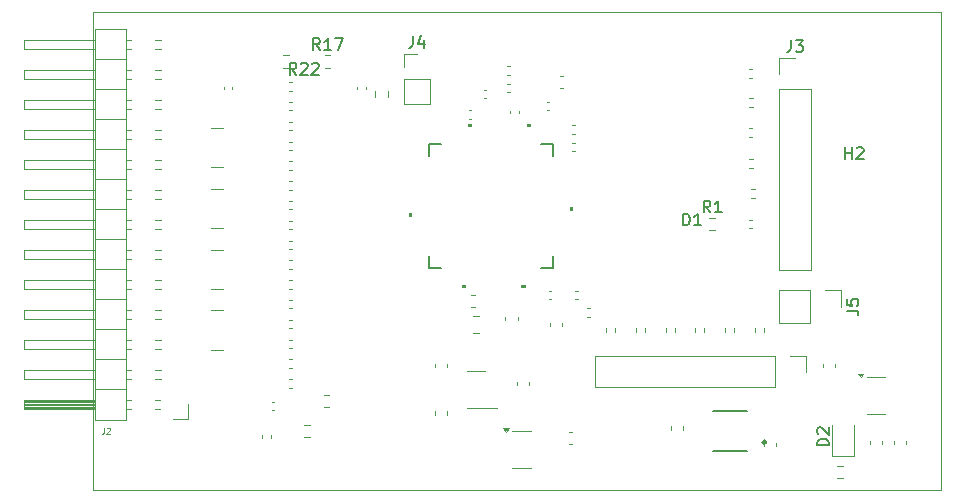
<source format=gbr>
%TF.GenerationSoftware,KiCad,Pcbnew,9.0.5-1.fc42*%
%TF.CreationDate,2025-11-11T18:34:47+01:00*%
%TF.ProjectId,bioamplifier,62696f61-6d70-46c6-9966-6965722e6b69,rev?*%
%TF.SameCoordinates,Original*%
%TF.FileFunction,Legend,Top*%
%TF.FilePolarity,Positive*%
%FSLAX46Y46*%
G04 Gerber Fmt 4.6, Leading zero omitted, Abs format (unit mm)*
G04 Created by KiCad (PCBNEW 9.0.5-1.fc42) date 2025-11-11 18:34:47*
%MOMM*%
%LPD*%
G01*
G04 APERTURE LIST*
%ADD10C,0.150000*%
%ADD11C,0.125000*%
%ADD12C,0.250000*%
%ADD13C,0.120000*%
%ADD14C,0.100000*%
%ADD15C,0.152400*%
%ADD16C,0.000000*%
%TA.AperFunction,Profile*%
%ADD17C,0.100000*%
%TD*%
G04 APERTURE END LIST*
D10*
X67782142Y-77353853D02*
X67448809Y-76877662D01*
X67210714Y-77353853D02*
X67210714Y-76353853D01*
X67210714Y-76353853D02*
X67591666Y-76353853D01*
X67591666Y-76353853D02*
X67686904Y-76401472D01*
X67686904Y-76401472D02*
X67734523Y-76449091D01*
X67734523Y-76449091D02*
X67782142Y-76544329D01*
X67782142Y-76544329D02*
X67782142Y-76687186D01*
X67782142Y-76687186D02*
X67734523Y-76782424D01*
X67734523Y-76782424D02*
X67686904Y-76830043D01*
X67686904Y-76830043D02*
X67591666Y-76877662D01*
X67591666Y-76877662D02*
X67210714Y-76877662D01*
X68163095Y-76449091D02*
X68210714Y-76401472D01*
X68210714Y-76401472D02*
X68305952Y-76353853D01*
X68305952Y-76353853D02*
X68544047Y-76353853D01*
X68544047Y-76353853D02*
X68639285Y-76401472D01*
X68639285Y-76401472D02*
X68686904Y-76449091D01*
X68686904Y-76449091D02*
X68734523Y-76544329D01*
X68734523Y-76544329D02*
X68734523Y-76639567D01*
X68734523Y-76639567D02*
X68686904Y-76782424D01*
X68686904Y-76782424D02*
X68115476Y-77353853D01*
X68115476Y-77353853D02*
X68734523Y-77353853D01*
X69115476Y-76449091D02*
X69163095Y-76401472D01*
X69163095Y-76401472D02*
X69258333Y-76353853D01*
X69258333Y-76353853D02*
X69496428Y-76353853D01*
X69496428Y-76353853D02*
X69591666Y-76401472D01*
X69591666Y-76401472D02*
X69639285Y-76449091D01*
X69639285Y-76449091D02*
X69686904Y-76544329D01*
X69686904Y-76544329D02*
X69686904Y-76639567D01*
X69686904Y-76639567D02*
X69639285Y-76782424D01*
X69639285Y-76782424D02*
X69067857Y-77353853D01*
X69067857Y-77353853D02*
X69686904Y-77353853D01*
X100511905Y-90124819D02*
X100511905Y-89124819D01*
X100511905Y-89124819D02*
X100750000Y-89124819D01*
X100750000Y-89124819D02*
X100892857Y-89172438D01*
X100892857Y-89172438D02*
X100988095Y-89267676D01*
X100988095Y-89267676D02*
X101035714Y-89362914D01*
X101035714Y-89362914D02*
X101083333Y-89553390D01*
X101083333Y-89553390D02*
X101083333Y-89696247D01*
X101083333Y-89696247D02*
X101035714Y-89886723D01*
X101035714Y-89886723D02*
X100988095Y-89981961D01*
X100988095Y-89981961D02*
X100892857Y-90077200D01*
X100892857Y-90077200D02*
X100750000Y-90124819D01*
X100750000Y-90124819D02*
X100511905Y-90124819D01*
X102035714Y-90124819D02*
X101464286Y-90124819D01*
X101750000Y-90124819D02*
X101750000Y-89124819D01*
X101750000Y-89124819D02*
X101654762Y-89267676D01*
X101654762Y-89267676D02*
X101559524Y-89362914D01*
X101559524Y-89362914D02*
X101464286Y-89410533D01*
X114374819Y-97333333D02*
X115089104Y-97333333D01*
X115089104Y-97333333D02*
X115231961Y-97380952D01*
X115231961Y-97380952D02*
X115327200Y-97476190D01*
X115327200Y-97476190D02*
X115374819Y-97619047D01*
X115374819Y-97619047D02*
X115374819Y-97714285D01*
X114374819Y-96380952D02*
X114374819Y-96857142D01*
X114374819Y-96857142D02*
X114851009Y-96904761D01*
X114851009Y-96904761D02*
X114803390Y-96857142D01*
X114803390Y-96857142D02*
X114755771Y-96761904D01*
X114755771Y-96761904D02*
X114755771Y-96523809D01*
X114755771Y-96523809D02*
X114803390Y-96428571D01*
X114803390Y-96428571D02*
X114851009Y-96380952D01*
X114851009Y-96380952D02*
X114946247Y-96333333D01*
X114946247Y-96333333D02*
X115184342Y-96333333D01*
X115184342Y-96333333D02*
X115279580Y-96380952D01*
X115279580Y-96380952D02*
X115327200Y-96428571D01*
X115327200Y-96428571D02*
X115374819Y-96523809D01*
X115374819Y-96523809D02*
X115374819Y-96761904D01*
X115374819Y-96761904D02*
X115327200Y-96857142D01*
X115327200Y-96857142D02*
X115279580Y-96904761D01*
X77666666Y-74074819D02*
X77666666Y-74789104D01*
X77666666Y-74789104D02*
X77619047Y-74931961D01*
X77619047Y-74931961D02*
X77523809Y-75027200D01*
X77523809Y-75027200D02*
X77380952Y-75074819D01*
X77380952Y-75074819D02*
X77285714Y-75074819D01*
X78571428Y-74408152D02*
X78571428Y-75074819D01*
X78333333Y-74027200D02*
X78095238Y-74741485D01*
X78095238Y-74741485D02*
X78714285Y-74741485D01*
X109666666Y-74424819D02*
X109666666Y-75139104D01*
X109666666Y-75139104D02*
X109619047Y-75281961D01*
X109619047Y-75281961D02*
X109523809Y-75377200D01*
X109523809Y-75377200D02*
X109380952Y-75424819D01*
X109380952Y-75424819D02*
X109285714Y-75424819D01*
X110047619Y-74424819D02*
X110666666Y-74424819D01*
X110666666Y-74424819D02*
X110333333Y-74805771D01*
X110333333Y-74805771D02*
X110476190Y-74805771D01*
X110476190Y-74805771D02*
X110571428Y-74853390D01*
X110571428Y-74853390D02*
X110619047Y-74901009D01*
X110619047Y-74901009D02*
X110666666Y-74996247D01*
X110666666Y-74996247D02*
X110666666Y-75234342D01*
X110666666Y-75234342D02*
X110619047Y-75329580D01*
X110619047Y-75329580D02*
X110571428Y-75377200D01*
X110571428Y-75377200D02*
X110476190Y-75424819D01*
X110476190Y-75424819D02*
X110190476Y-75424819D01*
X110190476Y-75424819D02*
X110095238Y-75377200D01*
X110095238Y-75377200D02*
X110047619Y-75329580D01*
X114238095Y-84504819D02*
X114238095Y-83504819D01*
X114238095Y-83981009D02*
X114809523Y-83981009D01*
X114809523Y-84504819D02*
X114809523Y-83504819D01*
X115238095Y-83600057D02*
X115285714Y-83552438D01*
X115285714Y-83552438D02*
X115380952Y-83504819D01*
X115380952Y-83504819D02*
X115619047Y-83504819D01*
X115619047Y-83504819D02*
X115714285Y-83552438D01*
X115714285Y-83552438D02*
X115761904Y-83600057D01*
X115761904Y-83600057D02*
X115809523Y-83695295D01*
X115809523Y-83695295D02*
X115809523Y-83790533D01*
X115809523Y-83790533D02*
X115761904Y-83933390D01*
X115761904Y-83933390D02*
X115190476Y-84504819D01*
X115190476Y-84504819D02*
X115809523Y-84504819D01*
X69782142Y-75274819D02*
X69448809Y-74798628D01*
X69210714Y-75274819D02*
X69210714Y-74274819D01*
X69210714Y-74274819D02*
X69591666Y-74274819D01*
X69591666Y-74274819D02*
X69686904Y-74322438D01*
X69686904Y-74322438D02*
X69734523Y-74370057D01*
X69734523Y-74370057D02*
X69782142Y-74465295D01*
X69782142Y-74465295D02*
X69782142Y-74608152D01*
X69782142Y-74608152D02*
X69734523Y-74703390D01*
X69734523Y-74703390D02*
X69686904Y-74751009D01*
X69686904Y-74751009D02*
X69591666Y-74798628D01*
X69591666Y-74798628D02*
X69210714Y-74798628D01*
X70734523Y-75274819D02*
X70163095Y-75274819D01*
X70448809Y-75274819D02*
X70448809Y-74274819D01*
X70448809Y-74274819D02*
X70353571Y-74417676D01*
X70353571Y-74417676D02*
X70258333Y-74512914D01*
X70258333Y-74512914D02*
X70163095Y-74560533D01*
X71067857Y-74274819D02*
X71734523Y-74274819D01*
X71734523Y-74274819D02*
X71305952Y-75274819D01*
X112867319Y-108738094D02*
X111867319Y-108738094D01*
X111867319Y-108738094D02*
X111867319Y-108499999D01*
X111867319Y-108499999D02*
X111914938Y-108357142D01*
X111914938Y-108357142D02*
X112010176Y-108261904D01*
X112010176Y-108261904D02*
X112105414Y-108214285D01*
X112105414Y-108214285D02*
X112295890Y-108166666D01*
X112295890Y-108166666D02*
X112438747Y-108166666D01*
X112438747Y-108166666D02*
X112629223Y-108214285D01*
X112629223Y-108214285D02*
X112724461Y-108261904D01*
X112724461Y-108261904D02*
X112819700Y-108357142D01*
X112819700Y-108357142D02*
X112867319Y-108499999D01*
X112867319Y-108499999D02*
X112867319Y-108738094D01*
X111962557Y-107785713D02*
X111914938Y-107738094D01*
X111914938Y-107738094D02*
X111867319Y-107642856D01*
X111867319Y-107642856D02*
X111867319Y-107404761D01*
X111867319Y-107404761D02*
X111914938Y-107309523D01*
X111914938Y-107309523D02*
X111962557Y-107261904D01*
X111962557Y-107261904D02*
X112057795Y-107214285D01*
X112057795Y-107214285D02*
X112153033Y-107214285D01*
X112153033Y-107214285D02*
X112295890Y-107261904D01*
X112295890Y-107261904D02*
X112867319Y-107833332D01*
X112867319Y-107833332D02*
X112867319Y-107214285D01*
X102833333Y-89024819D02*
X102500000Y-88548628D01*
X102261905Y-89024819D02*
X102261905Y-88024819D01*
X102261905Y-88024819D02*
X102642857Y-88024819D01*
X102642857Y-88024819D02*
X102738095Y-88072438D01*
X102738095Y-88072438D02*
X102785714Y-88120057D01*
X102785714Y-88120057D02*
X102833333Y-88215295D01*
X102833333Y-88215295D02*
X102833333Y-88358152D01*
X102833333Y-88358152D02*
X102785714Y-88453390D01*
X102785714Y-88453390D02*
X102738095Y-88501009D01*
X102738095Y-88501009D02*
X102642857Y-88548628D01*
X102642857Y-88548628D02*
X102261905Y-88548628D01*
X103785714Y-89024819D02*
X103214286Y-89024819D01*
X103500000Y-89024819D02*
X103500000Y-88024819D01*
X103500000Y-88024819D02*
X103404762Y-88167676D01*
X103404762Y-88167676D02*
X103309524Y-88262914D01*
X103309524Y-88262914D02*
X103214286Y-88310533D01*
D11*
X51518333Y-107254809D02*
X51518333Y-107611952D01*
X51518333Y-107611952D02*
X51494524Y-107683380D01*
X51494524Y-107683380D02*
X51446905Y-107731000D01*
X51446905Y-107731000D02*
X51375476Y-107754809D01*
X51375476Y-107754809D02*
X51327857Y-107754809D01*
X51732619Y-107302428D02*
X51756428Y-107278619D01*
X51756428Y-107278619D02*
X51804047Y-107254809D01*
X51804047Y-107254809D02*
X51923095Y-107254809D01*
X51923095Y-107254809D02*
X51970714Y-107278619D01*
X51970714Y-107278619D02*
X51994523Y-107302428D01*
X51994523Y-107302428D02*
X52018333Y-107350047D01*
X52018333Y-107350047D02*
X52018333Y-107397666D01*
X52018333Y-107397666D02*
X51994523Y-107469095D01*
X51994523Y-107469095D02*
X51708809Y-107754809D01*
X51708809Y-107754809D02*
X52018333Y-107754809D01*
D10*
%TO.C,U8*%
X105900000Y-105800001D02*
X103100000Y-105800001D01*
X105900000Y-109199999D02*
X103100000Y-109199999D01*
D12*
X107528102Y-108474999D02*
G75*
G02*
X107278100Y-108474999I-125001J0D01*
G01*
X107278100Y-108474999D02*
G75*
G02*
X107528102Y-108474999I125001J0D01*
G01*
D13*
%TO.C,R14*%
X94005557Y-98846359D02*
X94005557Y-99153641D01*
X94765557Y-98846359D02*
X94765557Y-99153641D01*
%TO.C,C17*%
X67162164Y-83016709D02*
X67377836Y-83016709D01*
X67162164Y-83736709D02*
X67377836Y-83736709D01*
%TO.C,RN4*%
X60600000Y-81843435D02*
X61600000Y-81843435D01*
X60600000Y-85203435D02*
X61600000Y-85203435D01*
%TO.C,R22*%
X66687742Y-75727500D02*
X67162258Y-75727500D01*
X66687742Y-76772500D02*
X67162258Y-76772500D01*
%TO.C,R10*%
X104097111Y-98846359D02*
X104097111Y-99153641D01*
X104857111Y-98846359D02*
X104857111Y-99153641D01*
%TO.C,C5*%
X89240000Y-98359420D02*
X89240000Y-98640580D01*
X90260000Y-98359420D02*
X90260000Y-98640580D01*
%TO.C,C16*%
X67162164Y-88047532D02*
X67377836Y-88047532D01*
X67162164Y-88767532D02*
X67377836Y-88767532D01*
%TO.C,R15*%
X114062258Y-110477500D02*
X113587742Y-110477500D01*
X114062258Y-111522500D02*
X113587742Y-111522500D01*
%TO.C,C4*%
X89357836Y-95640000D02*
X89142164Y-95640000D01*
X89357836Y-96360000D02*
X89142164Y-96360000D01*
%TO.C,R7*%
X106269224Y-87042865D02*
X106576506Y-87042865D01*
X106269224Y-87802865D02*
X106576506Y-87802865D01*
%TO.C,R8*%
X106096359Y-89620000D02*
X106403641Y-89620000D01*
X106096359Y-90380000D02*
X106403641Y-90380000D01*
%TO.C,C32*%
X67162164Y-79662827D02*
X67377836Y-79662827D01*
X67162164Y-80382827D02*
X67377836Y-80382827D01*
D14*
%TO.C,D1*%
X102390000Y-88500000D02*
G75*
G02*
X102290000Y-88500000I-50000J0D01*
G01*
X102290000Y-88500000D02*
G75*
G02*
X102390000Y-88500000I50000J0D01*
G01*
D13*
%TO.C,C23*%
X85890000Y-80392164D02*
X85890000Y-80607836D01*
X86610000Y-80392164D02*
X86610000Y-80607836D01*
%TO.C,C25*%
X107339517Y-108534421D02*
X107339517Y-108815581D01*
X108359517Y-108534421D02*
X108359517Y-108815581D01*
%TO.C,C21*%
X91607836Y-95640000D02*
X91392164Y-95640000D01*
X91607836Y-96360000D02*
X91392164Y-96360000D01*
%TO.C,C13*%
X67162164Y-96432236D02*
X67377836Y-96432236D01*
X67162164Y-97152236D02*
X67377836Y-97152236D01*
%TO.C,C20*%
X91142164Y-81640000D02*
X91357836Y-81640000D01*
X91142164Y-82360000D02*
X91357836Y-82360000D01*
%TO.C,U7*%
X83000000Y-102440000D02*
X82200000Y-102440000D01*
X83000000Y-102440000D02*
X83800000Y-102440000D01*
X83000000Y-105560000D02*
X82200000Y-105560000D01*
X83000000Y-105560000D02*
X84800000Y-105560000D01*
%TO.C,RN1*%
X60600000Y-97320000D02*
X61600000Y-97320000D01*
X60600000Y-100680000D02*
X61600000Y-100680000D01*
%TO.C,C1*%
X92392164Y-97140000D02*
X92607836Y-97140000D01*
X92392164Y-97860000D02*
X92607836Y-97860000D01*
%TO.C,U6*%
X116862500Y-102940000D02*
X116062500Y-102940000D01*
X116862500Y-102940000D02*
X117662500Y-102940000D01*
X116862500Y-106060000D02*
X116062500Y-106060000D01*
X116862500Y-106060000D02*
X117662500Y-106060000D01*
X115562500Y-102990000D02*
X115322500Y-102660000D01*
X115802500Y-102660000D01*
X115562500Y-102990000D01*
G36*
X115562500Y-102990000D02*
G01*
X115322500Y-102660000D01*
X115802500Y-102660000D01*
X115562500Y-102990000D01*
G37*
%TO.C,R11*%
X101574223Y-98846359D02*
X101574223Y-99153641D01*
X102334223Y-98846359D02*
X102334223Y-99153641D01*
%TO.C,R2*%
X68432742Y-106977500D02*
X68907258Y-106977500D01*
X68432742Y-108022500D02*
X68907258Y-108022500D01*
%TO.C,C37*%
X64890000Y-107892164D02*
X64890000Y-108107836D01*
X65610000Y-107892164D02*
X65610000Y-108107836D01*
%TO.C,C39*%
X61640000Y-78587836D02*
X61640000Y-78372164D01*
X62360000Y-78587836D02*
X62360000Y-78372164D01*
%TO.C,C38*%
X65932836Y-105058850D02*
X65717164Y-105058850D01*
X65932836Y-105778850D02*
X65717164Y-105778850D01*
%TO.C,C33*%
X67162164Y-77985886D02*
X67377836Y-77985886D01*
X67162164Y-78705886D02*
X67377836Y-78705886D01*
%TO.C,C9*%
X83261252Y-97765000D02*
X82738748Y-97765000D01*
X83261252Y-99235000D02*
X82738748Y-99235000D01*
%TO.C,C44*%
X79490000Y-102140580D02*
X79490000Y-101859420D01*
X80510000Y-102140580D02*
X80510000Y-101859420D01*
%TO.C,C36*%
X67162164Y-98109177D02*
X67377836Y-98109177D01*
X67162164Y-98829177D02*
X67377836Y-98829177D01*
%TO.C,C42*%
X86490000Y-103640580D02*
X86490000Y-103359420D01*
X87510000Y-103640580D02*
X87510000Y-103359420D01*
%TO.C,J5*%
X108620000Y-95620000D02*
X108620000Y-98380000D01*
X111270000Y-95620000D02*
X108620000Y-95620000D01*
X111270000Y-95620000D02*
X111270000Y-98380000D01*
X111270000Y-98380000D02*
X108620000Y-98380000D01*
X112540000Y-95620000D02*
X113920000Y-95620000D01*
X113920000Y-95620000D02*
X113920000Y-97000000D01*
%TO.C,C35*%
X67162164Y-91401413D02*
X67377836Y-91401413D01*
X67162164Y-92121413D02*
X67377836Y-92121413D01*
%TO.C,C41*%
X116352500Y-108359420D02*
X116352500Y-108640580D01*
X117372500Y-108359420D02*
X117372500Y-108640580D01*
%TO.C,C18*%
X67162164Y-81339768D02*
X67377836Y-81339768D01*
X67162164Y-82059768D02*
X67377836Y-82059768D01*
%TO.C,C26*%
X67162164Y-99786118D02*
X67377836Y-99786118D01*
X67162164Y-100506118D02*
X67377836Y-100506118D01*
%TO.C,R13*%
X96528446Y-98846359D02*
X96528446Y-99153641D01*
X97288446Y-98846359D02*
X97288446Y-99153641D01*
%TO.C,C31*%
X67162164Y-84693650D02*
X67377836Y-84693650D01*
X67162164Y-85413650D02*
X67377836Y-85413650D01*
%TO.C,C34*%
X67162164Y-93078354D02*
X67377836Y-93078354D01*
X67162164Y-93798354D02*
X67377836Y-93798354D01*
%TO.C,C14*%
X67162164Y-94755295D02*
X67377836Y-94755295D01*
X67162164Y-95475295D02*
X67377836Y-95475295D01*
%TO.C,R9*%
X106620000Y-98846359D02*
X106620000Y-99153641D01*
X107380000Y-98846359D02*
X107380000Y-99153641D01*
D15*
%TO.C,U1*%
X79017600Y-83267600D02*
X79017600Y-84277560D01*
X79017600Y-92722440D02*
X79017600Y-93732400D01*
X79017600Y-93732400D02*
X80027560Y-93732400D01*
X80027560Y-83267600D02*
X79017600Y-83267600D01*
X88472440Y-93732400D02*
X89482400Y-93732400D01*
X89482400Y-83267600D02*
X88472440Y-83267600D01*
X89482400Y-84277560D02*
X89482400Y-83267600D01*
X89482400Y-93732400D02*
X89482400Y-92722440D01*
D16*
G36*
X77544400Y-89440501D02*
G01*
X77290400Y-89440501D01*
X77290400Y-89059501D01*
X77544400Y-89059501D01*
X77544400Y-89440501D01*
G37*
G36*
X82190499Y-95459600D02*
G01*
X81809499Y-95459600D01*
X81809499Y-95205600D01*
X82190499Y-95205600D01*
X82190499Y-95459600D01*
G37*
G36*
X82690501Y-81794400D02*
G01*
X82309501Y-81794400D01*
X82309501Y-81540400D01*
X82690501Y-81540400D01*
X82690501Y-81794400D01*
G37*
G36*
X87190500Y-95459600D02*
G01*
X86809500Y-95459600D01*
X86809500Y-95205600D01*
X87190500Y-95205600D01*
X87190500Y-95459600D01*
G37*
G36*
X87690501Y-81794400D02*
G01*
X87309501Y-81794400D01*
X87309501Y-81540400D01*
X87690501Y-81540400D01*
X87690501Y-81794400D01*
G37*
G36*
X91209600Y-88940500D02*
G01*
X90955600Y-88940500D01*
X90955600Y-88559499D01*
X91209600Y-88559499D01*
X91209600Y-88940500D01*
G37*
D13*
%TO.C,C7*%
X85642164Y-76640000D02*
X85857836Y-76640000D01*
X85642164Y-77360000D02*
X85857836Y-77360000D01*
%TO.C,C11*%
X67162164Y-103140000D02*
X67377836Y-103140000D01*
X67162164Y-103860000D02*
X67377836Y-103860000D01*
%TO.C,R20*%
X70087742Y-104477500D02*
X70562258Y-104477500D01*
X70087742Y-105522500D02*
X70562258Y-105522500D01*
%TO.C,R18*%
X74477500Y-79237258D02*
X74477500Y-78762742D01*
X75522500Y-79237258D02*
X75522500Y-78762742D01*
%TO.C,C19*%
X91142164Y-83140000D02*
X91357836Y-83140000D01*
X91142164Y-83860000D02*
X91357836Y-83860000D01*
%TO.C,C22*%
X82392164Y-80390000D02*
X82607836Y-80390000D01*
X82392164Y-81110000D02*
X82607836Y-81110000D01*
%TO.C,C28*%
X67162164Y-86370591D02*
X67377836Y-86370591D01*
X67162164Y-87090591D02*
X67377836Y-87090591D01*
%TO.C,R3*%
X106096359Y-76870000D02*
X106403641Y-76870000D01*
X106096359Y-77630000D02*
X106403641Y-77630000D01*
%TO.C,J4*%
X76890000Y-75620000D02*
X78000000Y-75620000D01*
X76890000Y-76730000D02*
X76890000Y-75620000D01*
X76890000Y-77730000D02*
X76890000Y-79840000D01*
X76890000Y-77730000D02*
X79110000Y-77730000D01*
X76890000Y-79840000D02*
X79110000Y-79840000D01*
X79110000Y-77730000D02*
X79110000Y-79840000D01*
%TO.C,J3*%
X108670000Y-75970000D02*
X110000000Y-75970000D01*
X108670000Y-77300000D02*
X108670000Y-75970000D01*
X108670000Y-78570000D02*
X108670000Y-93870000D01*
X108670000Y-78570000D02*
X111330000Y-78570000D01*
X108670000Y-93870000D02*
X111330000Y-93870000D01*
X111330000Y-78570000D02*
X111330000Y-93870000D01*
%TO.C,R5*%
X106096359Y-81870000D02*
X106403641Y-81870000D01*
X106096359Y-82630000D02*
X106403641Y-82630000D01*
%TO.C,C30*%
X72945000Y-78372164D02*
X72945000Y-78587836D01*
X73665000Y-78372164D02*
X73665000Y-78587836D01*
%TO.C,C3*%
X90109420Y-77490000D02*
X90390580Y-77490000D01*
X90109420Y-78510000D02*
X90390580Y-78510000D01*
%TO.C,C46*%
X90859420Y-107577500D02*
X91140580Y-107577500D01*
X90859420Y-108597500D02*
X91140580Y-108597500D01*
%TO.C,C6*%
X85642164Y-78140000D02*
X85857836Y-78140000D01*
X85642164Y-78860000D02*
X85857836Y-78860000D01*
%TO.C,C43*%
X79490000Y-105859420D02*
X79490000Y-106140580D01*
X80510000Y-105859420D02*
X80510000Y-106140580D01*
%TO.C,C27*%
X112352500Y-101859420D02*
X112352500Y-102140580D01*
X113372500Y-101859420D02*
X113372500Y-102140580D01*
%TO.C,R17*%
X70187742Y-75727500D02*
X70662258Y-75727500D01*
X70187742Y-76772500D02*
X70662258Y-76772500D01*
%TO.C,C2*%
X88987164Y-79640000D02*
X89202836Y-79640000D01*
X88987164Y-80360000D02*
X89202836Y-80360000D01*
%TO.C,U11*%
X86862500Y-107527500D02*
X86062500Y-107527500D01*
X86862500Y-107527500D02*
X87662500Y-107527500D01*
X86862500Y-110647500D02*
X86062500Y-110647500D01*
X86862500Y-110647500D02*
X87662500Y-110647500D01*
X85562500Y-107577500D02*
X85322500Y-107247500D01*
X85802500Y-107247500D01*
X85562500Y-107577500D01*
G36*
X85562500Y-107577500D02*
G01*
X85322500Y-107247500D01*
X85802500Y-107247500D01*
X85562500Y-107577500D01*
G37*
%TO.C,C29*%
X118352500Y-108359420D02*
X118352500Y-108640580D01*
X119372500Y-108359420D02*
X119372500Y-108640580D01*
%TO.C,C12*%
X67162164Y-101463059D02*
X67377836Y-101463059D01*
X67162164Y-102183059D02*
X67377836Y-102183059D01*
%TO.C,C15*%
X67162164Y-89724473D02*
X67377836Y-89724473D01*
X67162164Y-90444473D02*
X67377836Y-90444473D01*
%TO.C,R12*%
X99051334Y-98846359D02*
X99051334Y-99153641D01*
X99811334Y-98846359D02*
X99811334Y-99153641D01*
%TO.C,C24*%
X83857836Y-78640000D02*
X83642164Y-78640000D01*
X83857836Y-79360000D02*
X83642164Y-79360000D01*
%TO.C,D2*%
X113102500Y-107000000D02*
X113102500Y-109685000D01*
X113102500Y-109685000D02*
X115022500Y-109685000D01*
X115022500Y-109685000D02*
X115022500Y-107000000D01*
%TO.C,RN3*%
X60600000Y-92161145D02*
X61600000Y-92161145D01*
X60600000Y-95521145D02*
X61600000Y-95521145D01*
%TO.C,C10*%
X82890580Y-95990000D02*
X82609420Y-95990000D01*
X82890580Y-97010000D02*
X82609420Y-97010000D01*
%TO.C,R1*%
X102762742Y-89477500D02*
X103237258Y-89477500D01*
X102762742Y-90522500D02*
X103237258Y-90522500D01*
%TO.C,R6*%
X106123185Y-84524542D02*
X106430467Y-84524542D01*
X106123185Y-85284542D02*
X106430467Y-85284542D01*
%TO.C,C40*%
X99490000Y-107415580D02*
X99490000Y-107134420D01*
X100510000Y-107415580D02*
X100510000Y-107134420D01*
%TO.C,C8*%
X85490000Y-97859420D02*
X85490000Y-98140580D01*
X86510000Y-97859420D02*
X86510000Y-98140580D01*
%TO.C,R4*%
X106106359Y-79370000D02*
X106413641Y-79370000D01*
X106106359Y-80130000D02*
X106413641Y-80130000D01*
%TO.C,RN2*%
X60600000Y-87002290D02*
X61600000Y-87002290D01*
X60600000Y-90362290D02*
X61600000Y-90362290D01*
%TO.C,J1*%
X93050000Y-101170000D02*
X93050000Y-103830000D01*
X108350000Y-101170000D02*
X93050000Y-101170000D01*
X108350000Y-101170000D02*
X108350000Y-103830000D01*
X108350000Y-103830000D02*
X93050000Y-103830000D01*
X109620000Y-101170000D02*
X110950000Y-101170000D01*
X110950000Y-101170000D02*
X110950000Y-102500000D01*
%TO.C,J2*%
X44700000Y-74400000D02*
X50700000Y-74400000D01*
X44700000Y-75160000D02*
X44700000Y-74400000D01*
X44700000Y-76940000D02*
X50700000Y-76940000D01*
X44700000Y-77700000D02*
X44700000Y-76940000D01*
X44700000Y-79480000D02*
X50700000Y-79480000D01*
X44700000Y-80240000D02*
X44700000Y-79480000D01*
X44700000Y-82020000D02*
X50700000Y-82020000D01*
X44700000Y-82780000D02*
X44700000Y-82020000D01*
X44700000Y-84560000D02*
X50700000Y-84560000D01*
X44700000Y-85320000D02*
X44700000Y-84560000D01*
X44700000Y-87100000D02*
X50700000Y-87100000D01*
X44700000Y-87860000D02*
X44700000Y-87100000D01*
X44700000Y-89640000D02*
X50700000Y-89640000D01*
X44700000Y-90400000D02*
X44700000Y-89640000D01*
X44700000Y-92180000D02*
X50700000Y-92180000D01*
X44700000Y-92940000D02*
X44700000Y-92180000D01*
X44700000Y-94720000D02*
X50700000Y-94720000D01*
X44700000Y-95480000D02*
X44700000Y-94720000D01*
X44700000Y-97260000D02*
X50700000Y-97260000D01*
X44700000Y-98020000D02*
X44700000Y-97260000D01*
X44700000Y-99800000D02*
X50700000Y-99800000D01*
X44700000Y-100560000D02*
X44700000Y-99800000D01*
X44700000Y-102340000D02*
X50700000Y-102340000D01*
X44700000Y-103100000D02*
X44700000Y-102340000D01*
X44700000Y-104880000D02*
X50700000Y-104880000D01*
X44700000Y-105640000D02*
X44700000Y-104880000D01*
X50700000Y-73450000D02*
X50700000Y-106590000D01*
X50700000Y-75160000D02*
X44700000Y-75160000D01*
X50700000Y-77700000D02*
X44700000Y-77700000D01*
X50700000Y-80240000D02*
X44700000Y-80240000D01*
X50700000Y-82780000D02*
X44700000Y-82780000D01*
X50700000Y-85320000D02*
X44700000Y-85320000D01*
X50700000Y-87860000D02*
X44700000Y-87860000D01*
X50700000Y-90400000D02*
X44700000Y-90400000D01*
X50700000Y-92940000D02*
X44700000Y-92940000D01*
X50700000Y-95480000D02*
X44700000Y-95480000D01*
X50700000Y-98020000D02*
X44700000Y-98020000D01*
X50700000Y-100560000D02*
X44700000Y-100560000D01*
X50700000Y-103100000D02*
X44700000Y-103100000D01*
X50700000Y-104980000D02*
X44700000Y-104980000D01*
X50700000Y-105100000D02*
X44700000Y-105100000D01*
X50700000Y-105220000D02*
X44700000Y-105220000D01*
X50700000Y-105340000D02*
X44700000Y-105340000D01*
X50700000Y-105460000D02*
X44700000Y-105460000D01*
X50700000Y-105580000D02*
X44700000Y-105580000D01*
X50700000Y-105640000D02*
X44700000Y-105640000D01*
X50700000Y-106590000D02*
X53360000Y-106590000D01*
X53360000Y-73450000D02*
X50700000Y-73450000D01*
X53360000Y-76050000D02*
X50700000Y-76050000D01*
X53360000Y-78590000D02*
X50700000Y-78590000D01*
X53360000Y-81130000D02*
X50700000Y-81130000D01*
X53360000Y-83670000D02*
X50700000Y-83670000D01*
X53360000Y-86210000D02*
X50700000Y-86210000D01*
X53360000Y-88750000D02*
X50700000Y-88750000D01*
X53360000Y-91290000D02*
X50700000Y-91290000D01*
X53360000Y-93830000D02*
X50700000Y-93830000D01*
X53360000Y-96370000D02*
X50700000Y-96370000D01*
X53360000Y-98910000D02*
X50700000Y-98910000D01*
X53360000Y-101450000D02*
X50700000Y-101450000D01*
X53360000Y-103990000D02*
X50700000Y-103990000D01*
X53360000Y-106590000D02*
X53360000Y-73450000D01*
X53757071Y-74400000D02*
X53360000Y-74400000D01*
X53757071Y-75160000D02*
X53360000Y-75160000D01*
X53757071Y-76940000D02*
X53360000Y-76940000D01*
X53757071Y-77700000D02*
X53360000Y-77700000D01*
X53757071Y-79480000D02*
X53360000Y-79480000D01*
X53757071Y-80240000D02*
X53360000Y-80240000D01*
X53757071Y-82020000D02*
X53360000Y-82020000D01*
X53757071Y-82780000D02*
X53360000Y-82780000D01*
X53757071Y-84560000D02*
X53360000Y-84560000D01*
X53757071Y-85320000D02*
X53360000Y-85320000D01*
X53757071Y-87100000D02*
X53360000Y-87100000D01*
X53757071Y-87860000D02*
X53360000Y-87860000D01*
X53757071Y-89640000D02*
X53360000Y-89640000D01*
X53757071Y-90400000D02*
X53360000Y-90400000D01*
X53757071Y-92180000D02*
X53360000Y-92180000D01*
X53757071Y-92940000D02*
X53360000Y-92940000D01*
X53757071Y-94720000D02*
X53360000Y-94720000D01*
X53757071Y-95480000D02*
X53360000Y-95480000D01*
X53757071Y-97260000D02*
X53360000Y-97260000D01*
X53757071Y-98020000D02*
X53360000Y-98020000D01*
X53757071Y-99800000D02*
X53360000Y-99800000D01*
X53757071Y-100560000D02*
X53360000Y-100560000D01*
X53757071Y-102340000D02*
X53360000Y-102340000D01*
X53757071Y-103100000D02*
X53360000Y-103100000D01*
X53757071Y-104880000D02*
X53360000Y-104880000D01*
X53757071Y-105640000D02*
X53360000Y-105640000D01*
X56230000Y-104880000D02*
X55842929Y-104880000D01*
X56230000Y-105640000D02*
X55842929Y-105640000D01*
X56297071Y-74400000D02*
X55842929Y-74400000D01*
X56297071Y-75160000D02*
X55842929Y-75160000D01*
X56297071Y-76940000D02*
X55842929Y-76940000D01*
X56297071Y-77700000D02*
X55842929Y-77700000D01*
X56297071Y-79480000D02*
X55842929Y-79480000D01*
X56297071Y-80240000D02*
X55842929Y-80240000D01*
X56297071Y-82020000D02*
X55842929Y-82020000D01*
X56297071Y-82780000D02*
X55842929Y-82780000D01*
X56297071Y-84560000D02*
X55842929Y-84560000D01*
X56297071Y-85320000D02*
X55842929Y-85320000D01*
X56297071Y-87100000D02*
X55842929Y-87100000D01*
X56297071Y-87860000D02*
X55842929Y-87860000D01*
X56297071Y-89640000D02*
X55842929Y-89640000D01*
X56297071Y-90400000D02*
X55842929Y-90400000D01*
X56297071Y-92180000D02*
X55842929Y-92180000D01*
X56297071Y-92940000D02*
X55842929Y-92940000D01*
X56297071Y-94720000D02*
X55842929Y-94720000D01*
X56297071Y-95480000D02*
X55842929Y-95480000D01*
X56297071Y-97260000D02*
X55842929Y-97260000D01*
X56297071Y-98020000D02*
X55842929Y-98020000D01*
X56297071Y-99800000D02*
X55842929Y-99800000D01*
X56297071Y-100560000D02*
X55842929Y-100560000D01*
X56297071Y-102340000D02*
X55842929Y-102340000D01*
X56297071Y-103100000D02*
X55842929Y-103100000D01*
X58610000Y-105260000D02*
X58610000Y-106530000D01*
X58610000Y-106530000D02*
X57340000Y-106530000D01*
%TD*%
D17*
X50601596Y-72042903D02*
X122375000Y-72042903D01*
X122375000Y-112556276D01*
X50601596Y-112556276D01*
X50601596Y-72042903D01*
M02*

</source>
